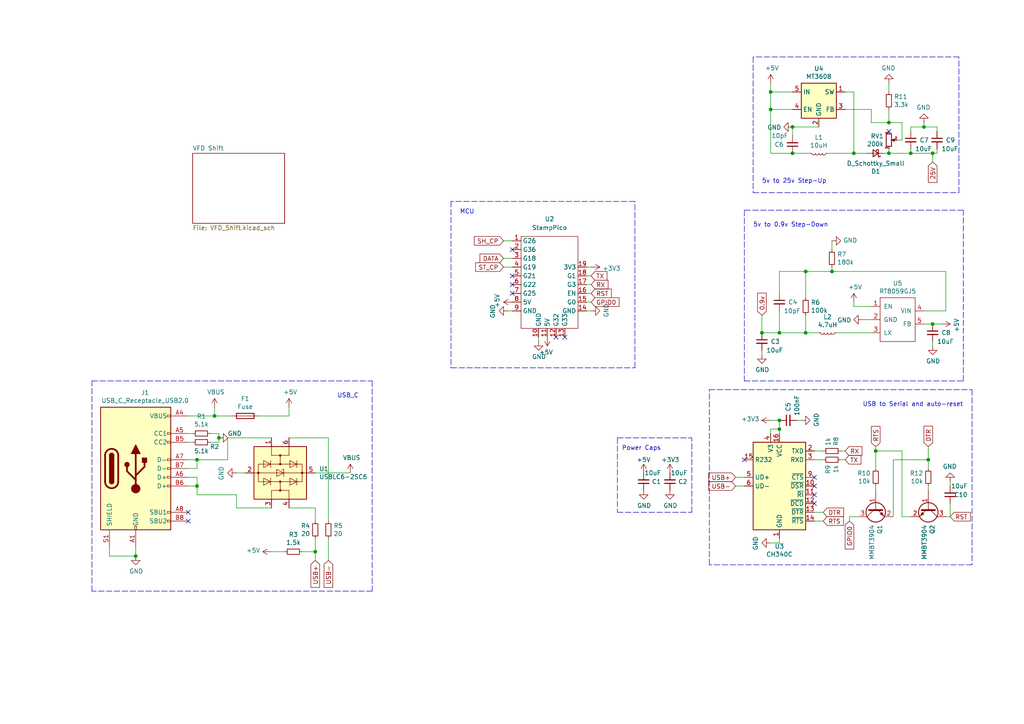
<source format=kicad_sch>
(kicad_sch (version 20211123) (generator eeschema)
  (paper "A4")
  (title_block (title "VFD Clock IV-3a") (date "2021-05-24") (rev "1.0"))
  (lib_symbols
    (symbol "Connector:USB_C_Receptacle_USB2.0" (pin_names (offset 1.016))
      (property "Reference" "J" (at -10.16 19.05 0))
      (property "Value" "USB_C_Receptacle_USB2.0" (at 19.05 19.05 0))
      (symbol "USB_C_Receptacle_USB2.0_0_0"
        (rectangle (start -0.254 -17.78) (end 0.254 -16.764))
        (rectangle (start 10.16 -14.986) (end 9.144 -15.494))
        (rectangle (start 10.16 -12.446) (end 9.144 -12.954))
        (rectangle (start 10.16 -4.826) (end 9.144 -5.334))
        (rectangle (start 10.16 -2.286) (end 9.144 -2.794))
        (rectangle (start 10.16 0.254) (end 9.144 -0.254))
        (rectangle (start 10.16 2.794) (end 9.144 2.286))
        (rectangle (start 10.16 7.874) (end 9.144 7.366))
        (rectangle (start 10.16 10.414) (end 9.144 9.906))
        (rectangle (start 10.16 15.494) (end 9.144 14.986))
      )
      (symbol "USB_C_Receptacle_USB2.0_0_1"
        (rectangle (start -10.16 17.78) (end 10.16 -17.78) (stroke (width 0.254)) (fill (type background)))
        (arc (start -8.89 -3.81) (mid -6.985 -5.715) (end -5.08 -3.81) (stroke (width 0.508)))
        (arc (start -7.62 -3.81) (mid -6.985 -4.445) (end -6.35 -3.81) (stroke (width 0.254)))
        (arc (start -7.62 -3.81) (mid -6.985 -4.445) (end -6.35 -3.81) (stroke (width 0.254)) (fill (type outline)))
        (rectangle (start -7.62 -3.81) (end -6.35 3.81) (stroke (width 0.254)) (fill (type outline)))
        (arc (start -6.35 3.81) (mid -6.985 4.445) (end -7.62 3.81) (stroke (width 0.254)))
        (arc (start -6.35 3.81) (mid -6.985 4.445) (end -7.62 3.81) (stroke (width 0.254)) (fill (type outline)))
        (arc (start -5.08 3.81) (mid -6.985 5.715) (end -8.89 3.81) (stroke (width 0.508)))
        (circle (center -2.54 1.143) (radius 0.635) (stroke (width 0.254)) (fill (type outline)))
        (circle (center 0 -5.842) (radius 1.27) (fill (type outline)))
        (polyline (pts (xy -8.89 -3.81) (xy -8.89 3.81)) (stroke (width 0.508)))
        (polyline (pts (xy -5.08 3.81) (xy -5.08 -3.81)) (stroke (width 0.508)))
        (polyline (pts (xy 0 -5.842) (xy 0 4.318)) (stroke (width 0.508)))
        (polyline (pts (xy 0 -3.302) (xy -2.54 -0.762) (xy -2.54 0.508)) (stroke (width 0.508)))
        (polyline (pts (xy 0 -2.032) (xy 2.54 0.508) (xy 2.54 1.778)) (stroke (width 0.508)))
        (polyline (pts (xy -1.27 4.318) (xy 0 6.858) (xy 1.27 4.318) (xy -1.27 4.318)) (stroke (width 0.254)) (fill (type outline)))
        (rectangle (start 1.905 1.778) (end 3.175 3.048) (stroke (width 0.254)) (fill (type outline)))
      )
      (symbol "USB_C_Receptacle_USB2.0_1_1"
        (pin passive line (at 0 -22.86 90) (length 5.08) (name "GND") (number "A1"))
        (pin passive line (at 0 -22.86 90) (length 5.08) hide (name "GND") (number "A12"))
        (pin passive line (at 15.24 15.24 180) (length 5.08) (name "VBUS") (number "A4"))
        (pin bidirectional line (at 15.24 10.16 180) (length 5.08) (name "CC1") (number "A5"))
        (pin bidirectional line (at 15.24 -2.54 180) (length 5.08) (name "D+") (number "A6"))
        (pin bidirectional line (at 15.24 2.54 180) (length 5.08) (name "D-") (number "A7"))
        (pin bidirectional line (at 15.24 -12.7 180) (length 5.08) (name "SBU1") (number "A8"))
        (pin passive line (at 15.24 15.24 180) (length 5.08) hide (name "VBUS") (number "A9"))
        (pin passive line (at 0 -22.86 90) (length 5.08) hide (name "GND") (number "B1"))
        (pin passive line (at 0 -22.86 90) (length 5.08) hide (name "GND") (number "B12"))
        (pin passive line (at 15.24 15.24 180) (length 5.08) hide (name "VBUS") (number "B4"))
        (pin bidirectional line (at 15.24 7.62 180) (length 5.08) (name "CC2") (number "B5"))
        (pin bidirectional line (at 15.24 -5.08 180) (length 5.08) (name "D+") (number "B6"))
        (pin bidirectional line (at 15.24 0 180) (length 5.08) (name "D-") (number "B7"))
        (pin bidirectional line (at 15.24 -15.24 180) (length 5.08) (name "SBU2") (number "B8"))
        (pin passive line (at 15.24 15.24 180) (length 5.08) hide (name "VBUS") (number "B9"))
        (pin passive line (at -7.62 -22.86 90) (length 5.08) (name "SHIELD") (number "S1"))
      )
    )
    (symbol "Device:C_Small" (pin_numbers hide) (pin_names (offset 0.254) hide)
      (property "Reference" "C" (at 0.254 1.778 0))
      (property "Value" "C_Small" (at 0.254 -2.032 0))
      (symbol "C_Small_0_1"
        (polyline (pts (xy -1.524 -0.508) (xy 1.524 -0.508)) (stroke (width 0.3302)))
        (polyline (pts (xy -1.524 0.508) (xy 1.524 0.508)) (stroke (width 0.3048)))
      )
      (symbol "C_Small_1_1"
        (pin passive line (at 0 2.54 270) (length 2.032) (name "~") (number "1"))
        (pin passive line (at 0 -2.54 90) (length 2.032) (name "~") (number "2"))
      )
    )
    (symbol "Device:D_Schottky_Small" (pin_numbers hide) (pin_names (offset 0.254) hide)
      (property "Reference" "D" (at -1.27 2.032 0))
      (property "Value" "D_Schottky_Small" (at -7.112 -2.032 0))
      (symbol "D_Schottky_Small_0_1"
        (polyline (pts (xy -0.762 0) (xy 0.762 0)))
        (polyline (pts (xy 0.762 -1.016) (xy -0.762 0) (xy 0.762 1.016) (xy 0.762 -1.016)) (stroke (width 0.254)))
        (polyline (pts (xy -1.27 0.762) (xy -1.27 1.016) (xy -0.762 1.016) (xy -0.762 -1.016) (xy -0.254 -1.016) (xy -0.254 -0.762)) (stroke (width 0.254)))
      )
      (symbol "D_Schottky_Small_1_1"
        (pin passive line (at -2.54 0 0) (length 1.778) (name "K") (number "1"))
        (pin passive line (at 2.54 0 180) (length 1.778) (name "A") (number "2"))
      )
    )
    (symbol "Device:Fuse" (pin_numbers hide) (pin_names (offset 0))
      (property "Reference" "F" (at 2.032 0 90))
      (property "Value" "Fuse" (at -1.905 0 90))
      (symbol "Fuse_0_1"
        (rectangle (start -0.762 -2.54) (end 0.762 2.54) (stroke (width 0.254)))
        (polyline (pts (xy 0 2.54) (xy 0 -2.54)))
      )
      (symbol "Fuse_1_1"
        (pin passive line (at 0 3.81 270) (length 1.27) (name "~") (number "1"))
        (pin passive line (at 0 -3.81 90) (length 1.27) (name "~") (number "2"))
      )
    )
    (symbol "Device:L_Small" (pin_numbers hide) (pin_names (offset 0.254) hide)
      (property "Reference" "L" (at 0.762 1.016 0))
      (property "Value" "L_Small" (at 0.762 -1.016 0))
      (symbol "L_Small_0_1"
        (arc (start 0 -2.032) (mid 0.508 -1.524) (end 0 -1.016))
        (arc (start 0 -1.016) (mid 0.508 -0.508) (end 0 0))
        (arc (start 0 0) (mid 0.508 0.508) (end 0 1.016))
        (arc (start 0 1.016) (mid 0.508 1.524) (end 0 2.032))
      )
      (symbol "L_Small_1_1"
        (pin passive line (at 0 2.54 270) (length 0.508) (name "~") (number "1"))
        (pin passive line (at 0 -2.54 90) (length 0.508) (name "~") (number "2"))
      )
    )
    (symbol "Device:R_POT_Small" (pin_names (offset 1.016) hide)
      (property "Reference" "RV" (at -4.445 0 90))
      (property "Value" "Device_R_POT_Small" (at -2.54 0 90))
      (symbol "R_POT_Small_0_1"
        (polyline (pts (xy 0.889 0) (xy 0.635 0) (xy 1.651 0.381) (xy 1.651 -0.381) (xy 0.635 0) (xy 0.889 0)) (fill (type outline)))
        (rectangle (start 0.762 1.8034) (end -0.762 -1.8034) (stroke (width 0.254)))
      )
      (symbol "R_POT_Small_1_1"
        (pin passive line (at 0 2.54 270) (length 0.635) (name "1") (number "1"))
        (pin passive line (at 2.54 0 180) (length 0.9906) (name "2") (number "2"))
        (pin passive line (at 0 -2.54 90) (length 0.635) (name "3") (number "3"))
      )
    )
    (symbol "Device:R_Small" (pin_numbers hide) (pin_names (offset 0.254) hide)
      (property "Reference" "R" (at 0.762 0.508 0))
      (property "Value" "R_Small" (at 0.762 -1.016 0))
      (symbol "R_Small_0_1"
        (rectangle (start -0.762 1.778) (end 0.762 -1.778) (stroke (width 0.2032)))
      )
      (symbol "R_Small_1_1"
        (pin passive line (at 0 2.54 270) (length 0.762) (name "~") (number "1"))
        (pin passive line (at 0 -2.54 90) (length 0.762) (name "~") (number "2"))
      )
    )
    (symbol "Interface_USB:CH340C"
      (property "Reference" "U" (at -5.08 13.97 0))
      (property "Value" "CH340C" (at 1.27 13.97 0))
      (symbol "CH340C_0_1"
        (rectangle (start -7.62 12.7) (end 7.62 -12.7) (stroke (width 0.254)) (fill (type background)))
      )
      (symbol "CH340C_1_1"
        (pin power_in line (at 0 -15.24 90) (length 2.54) (name "GND") (number "1"))
        (pin input line (at 10.16 0 180) (length 2.54) (name "~{DSR}") (number "10"))
        (pin input line (at 10.16 -2.54 180) (length 2.54) (name "~{RI}") (number "11"))
        (pin input line (at 10.16 -5.08 180) (length 2.54) (name "~{DCD}") (number "12"))
        (pin output line (at 10.16 -7.62 180) (length 2.54) (name "~{DTR}") (number "13"))
        (pin output line (at 10.16 -10.16 180) (length 2.54) (name "~{RTS}") (number "14"))
        (pin input line (at -10.16 7.62 0) (length 2.54) (name "R232") (number "15"))
        (pin power_in line (at 0 15.24 270) (length 2.54) (name "VCC") (number "16"))
        (pin output line (at 10.16 10.16 180) (length 2.54) (name "TXD") (number "2"))
        (pin input line (at 10.16 7.62 180) (length 2.54) (name "RXD") (number "3"))
        (pin passive line (at -2.54 15.24 270) (length 2.54) (name "V3") (number "4"))
        (pin bidirectional line (at -10.16 2.54 0) (length 2.54) (name "UD+") (number "5"))
        (pin bidirectional line (at -10.16 0 0) (length 2.54) (name "UD-") (number "6"))
        (pin no_connect line (at -7.62 -7.62 0) (length 2.54) hide (name "NC") (number "7"))
        (pin no_connect line (at -7.62 -10.16 0) (length 2.54) hide (name "NC") (number "8"))
        (pin input line (at 10.16 2.54 180) (length 2.54) (name "~{CTS}") (number "9"))
      )
    )
    (symbol "Power_Protection:USBLC6-2SC6" (pin_names hide)
      (property "Reference" "U" (at 2.54 8.89 0))
      (property "Value" "USBLC6-2SC6" (at 2.54 -8.89 0))
      (symbol "USBLC6-2SC6_0_1"
        (rectangle (start -7.62 -7.62) (end 7.62 7.62) (stroke (width 0.254)) (fill (type background)))
        (circle (center -5.08 0) (radius 0.254) (fill (type outline)))
        (circle (center -2.54 0) (radius 0.254) (fill (type outline)))
        (rectangle (start -2.54 6.35) (end 2.54 -6.35))
        (circle (center 0 -6.35) (radius 0.254) (fill (type outline)))
        (polyline (pts (xy -5.08 -2.54) (xy -7.62 -2.54)))
        (polyline (pts (xy -5.08 0) (xy -5.08 -2.54)))
        (polyline (pts (xy -5.08 2.54) (xy -7.62 2.54)))
        (polyline (pts (xy -1.524 -2.794) (xy -3.556 -2.794)))
        (polyline (pts (xy -1.524 4.826) (xy -3.556 4.826)))
        (polyline (pts (xy 0 -7.62) (xy 0 -6.35)))
        (polyline (pts (xy 0 -6.35) (xy 0 1.27)))
        (polyline (pts (xy 0 1.27) (xy 0 6.35)))
        (polyline (pts (xy 0 6.35) (xy 0 7.62)))
        (polyline (pts (xy 1.524 -2.794) (xy 3.556 -2.794)))
        (polyline (pts (xy 1.524 4.826) (xy 3.556 4.826)))
        (polyline (pts (xy 5.08 -2.54) (xy 7.62 -2.54)))
        (polyline (pts (xy 5.08 0) (xy 5.08 -2.54)))
        (polyline (pts (xy 5.08 2.54) (xy 7.62 2.54)))
        (polyline (pts (xy -2.54 0) (xy -5.08 0) (xy -5.08 2.54)))
        (polyline (pts (xy 2.54 0) (xy 5.08 0) (xy 5.08 2.54)))
        (polyline (pts (xy -3.556 -4.826) (xy -1.524 -4.826) (xy -2.54 -2.794) (xy -3.556 -4.826)))
        (polyline (pts (xy -3.556 2.794) (xy -1.524 2.794) (xy -2.54 4.826) (xy -3.556 2.794)))
        (polyline (pts (xy -1.016 -1.016) (xy 1.016 -1.016) (xy 0 1.016) (xy -1.016 -1.016)))
        (polyline (pts (xy 1.016 1.016) (xy 0.762 1.016) (xy -1.016 1.016) (xy -1.016 0.508)))
        (polyline (pts (xy 3.556 -4.826) (xy 1.524 -4.826) (xy 2.54 -2.794) (xy 3.556 -4.826)))
        (polyline (pts (xy 3.556 2.794) (xy 1.524 2.794) (xy 2.54 4.826) (xy 3.556 2.794)))
        (circle (center 0 6.35) (radius 0.254) (fill (type outline)))
        (circle (center 2.54 0) (radius 0.254) (fill (type outline)))
        (circle (center 5.08 0) (radius 0.254) (fill (type outline)))
      )
      (symbol "USBLC6-2SC6_1_1"
        (pin passive line (at -10.16 -2.54 0) (length 2.54) (name "I/O1") (number "1"))
        (pin passive line (at 0 -10.16 90) (length 2.54) (name "GND") (number "2"))
        (pin passive line (at 10.16 -2.54 180) (length 2.54) (name "I/O2") (number "3"))
        (pin passive line (at 10.16 2.54 180) (length 2.54) (name "I/O2") (number "4"))
        (pin passive line (at 0 10.16 270) (length 2.54) (name "VBUS") (number "5"))
        (pin passive line (at -10.16 2.54 0) (length 2.54) (name "I/O1") (number "6"))
      )
    )
    (symbol "RT8059:RT8059GJ5" (pin_names (offset 1.016))
      (property "Reference" "U" (at 0 10.16 0))
      (property "Value" "RT8059GJ5" (at 0 7.62 0))
      (symbol "RT8059GJ5_0_0"
        (pin input line (at -7.62 3.81 0) (length 2.54) (name "EN") (number "1"))
        (pin input line (at -7.62 0 0) (length 2.54) (name "GND") (number "2"))
        (pin output line (at -7.62 -3.81 0) (length 2.54) (name "LX") (number "3"))
        (pin input line (at 7.62 2.54 180) (length 2.54) (name "VIN") (number "4"))
        (pin input line (at 7.62 -1.27 180) (length 2.54) (name "FB") (number "5"))
      )
      (symbol "RT8059GJ5_0_1"
        (rectangle (start -5.08 6.35) (end 5.08 -6.35))
      )
    )
    (symbol "Regulator_Switching:MT3608"
      (property "Reference" "U" (at -2.54 8.89 0))
      (property "Value" "MT3608" (at -3.81 6.35 0))
      (symbol "MT3608_0_1"
        (rectangle (start -5.08 5.08) (end 5.08 -5.08) (stroke (width 0.254)) (fill (type background)))
      )
      (symbol "MT3608_1_1"
        (pin passive line (at 7.62 2.54 180) (length 2.54) (name "SW") (number "1"))
        (pin power_in line (at 0 -7.62 90) (length 2.54) (name "GND") (number "2"))
        (pin input line (at 7.62 -2.54 180) (length 2.54) (name "FB") (number "3"))
        (pin input line (at -7.62 -2.54 0) (length 2.54) (name "EN") (number "4"))
        (pin power_in line (at -7.62 2.54 0) (length 2.54) (name "IN") (number "5"))
        (pin no_connect line (at 5.08 0 180) (length 2.54) hide (name "NC") (number "6"))
      )
    )
    (symbol "StampPico:StampPico"
      (property "Reference" "U" (at 0 16.51 0))
      (property "Value" "StampPico" (at 0 13.97 0))
      (symbol "StampPico_0_0"
        (pin bidirectional line (at -11.43 11.43 0) (length 2.54) (name "G26") (number "1"))
        (pin power_in line (at -3.81 -16.51 90) (length 2.54) (name "GND") (number "10"))
        (pin power_in line (at -1.27 -16.51 90) (length 2.54) (name "5V") (number "11"))
        (pin bidirectional line (at 1.27 -16.51 90) (length 2.54) (name "G32") (number "12"))
        (pin bidirectional line (at 3.81 -16.51 90) (length 2.54) (name "G33") (number "13"))
        (pin power_in line (at 10.16 -8.89 180) (length 2.54) (name "GND") (number "14"))
        (pin bidirectional line (at 10.16 -6.35 180) (length 2.54) (name "G0") (number "15"))
        (pin input line (at 10.16 -3.81 180) (length 2.54) (name "EN") (number "16"))
        (pin bidirectional line (at 10.16 -1.27 180) (length 2.54) (name "G3") (number "17"))
        (pin bidirectional line (at 10.16 1.27 180) (length 2.54) (name "G1") (number "18"))
        (pin power_out line (at 10.16 3.81 180) (length 2.54) (name "3V3") (number "19"))
        (pin bidirectional line (at -11.43 8.89 0) (length 2.54) (name "G36") (number "2"))
        (pin bidirectional line (at -11.43 6.35 0) (length 2.54) (name "G18") (number "3"))
        (pin bidirectional line (at -11.43 3.81 0) (length 2.54) (name "G19") (number "4"))
        (pin bidirectional line (at -11.43 1.27 0) (length 2.54) (name "G21") (number "5"))
        (pin bidirectional line (at -11.43 -1.27 0) (length 2.54) (name "G22") (number "6"))
        (pin bidirectional line (at -11.43 -3.81 0) (length 2.54) (name "G25") (number "7"))
        (pin power_in line (at -11.43 -6.35 0) (length 2.54) (name "5V") (number "8"))
        (pin power_in line (at -11.43 -8.89 0) (length 2.54) (name "GND") (number "9"))
      )
      (symbol "StampPico_0_1"
        (rectangle (start 7.62 -13.97) (end -8.89 12.7))
      )
    )
    (symbol "Transistor_BJT:MMBT3904" (pin_names (offset 0) hide)
      (property "Reference" "Q" (at 5.08 1.905 0))
      (property "Value" "MMBT3904" (at 5.08 0 0))
      (symbol "MMBT3904_0_1"
        (polyline (pts (xy 0.635 0.635) (xy 2.54 2.54)))
        (polyline (pts (xy 0.635 -0.635) (xy 2.54 -2.54) (xy 2.54 -2.54)))
        (polyline (pts (xy 0.635 1.905) (xy 0.635 -1.905) (xy 0.635 -1.905)) (stroke (width 0.508)))
        (polyline (pts (xy 1.27 -1.778) (xy 1.778 -1.27) (xy 2.286 -2.286) (xy 1.27 -1.778) (xy 1.27 -1.778)) (fill (type outline)))
        (circle (center 1.27 0) (radius 2.8194) (stroke (width 0.254)))
      )
      (symbol "MMBT3904_1_1"
        (pin input line (at -5.08 0 0) (length 5.715) (name "B") (number "1"))
        (pin passive line (at 2.54 -5.08 90) (length 2.54) (name "E") (number "2"))
        (pin passive line (at 2.54 5.08 270) (length 2.54) (name "C") (number "3"))
      )
    )
    (symbol "power:+3.3V" (power) (pin_names (offset 0))
      (property "Value" "+3.3V" (at 0 3.556 0))
      (symbol "+3.3V_0_1"
        (polyline (pts (xy -0.762 1.27) (xy 0 2.54)))
        (polyline (pts (xy 0 0) (xy 0 2.54)))
        (polyline (pts (xy 0 2.54) (xy 0.762 1.27)))
      )
      (symbol "+3.3V_1_1"
        (pin power_in line (at 0 0 90) (length 0) hide (name "+3V3") (number "1"))
      )
    )
    (symbol "power:+5V" (power) (pin_names (offset 0))
      (property "Value" "+5V" (at 0 3.556 0))
      (symbol "+5V_0_1"
        (polyline (pts (xy -0.762 1.27) (xy 0 2.54)))
        (polyline (pts (xy 0 0) (xy 0 2.54)))
        (polyline (pts (xy 0 2.54) (xy 0.762 1.27)))
      )
      (symbol "+5V_1_1"
        (pin power_in line (at 0 0 90) (length 0) hide (name "+5V") (number "1"))
      )
    )
    (symbol "power:GND" (power) (pin_names (offset 0))
      (property "Value" "GND" (at 0 -3.81 0))
      (symbol "GND_0_1"
        (polyline (pts (xy 0 0) (xy 0 -1.27) (xy 1.27 -1.27) (xy 0 -2.54) (xy -1.27 -1.27) (xy 0 -1.27)))
      )
      (symbol "GND_1_1"
        (pin power_in line (at 0 0 270) (length 0) hide (name "GND") (number "1"))
      )
    )
    (symbol "power:VBUS" (power) (pin_names (offset 0))
      (property "Value" "VBUS" (at 0 3.81 0))
      (symbol "VBUS_0_1"
        (polyline (pts (xy -0.762 1.27) (xy 0 2.54)))
        (polyline (pts (xy 0 0) (xy 0 2.54)))
        (polyline (pts (xy 0 2.54) (xy 0.762 1.27)))
      )
      (symbol "VBUS_1_1"
        (pin power_in line (at 0 0 90) (length 0) hide (name "VBUS") (number "1"))
      )
    )
  )
  (junction (at 226.06 96.52))
  (junction (at 91.44 160.02))
  (junction (at 264.16 44.45))
  (junction (at 229.87 36.83))
  (junction (at 247.65 44.45))
  (junction (at 270.51 93.98))
  (junction (at 257.81 44.45))
  (junction (at 269.24 133.35))
  (junction (at 57.15 133.35))
  (junction (at 63.5 127))
  (junction (at 270.51 44.45))
  (junction (at 62.23 120.65))
  (junction (at 220.98 96.52))
  (junction (at 39.37 161.29))
  (junction (at 254 130.81))
  (junction (at 223.52 31.75))
  (junction (at 223.52 26.67))
  (junction (at 257.81 35.56))
  (junction (at 226.06 121.92))
  (junction (at 57.15 140.97))
  (junction (at 233.68 78.74))
  (junction (at 226.06 124.46))
  (junction (at 241.3 78.74))
  (junction (at 233.68 96.52))
  (junction (at 267.97 36.83))
  (junction (at 229.87 44.45))
  (no_connect (at 215.9 133.35))
  (no_connect (at 236.22 143.51))
  (no_connect (at 148.59 72.39))
  (no_connect (at 54.61 148.59))
  (no_connect (at 148.59 80.01))
  (no_connect (at 163.83 97.79))
  (no_connect (at 161.29 97.79))
  (no_connect (at 148.59 82.55))
  (no_connect (at 148.59 85.09))
  (no_connect (at 257.81 38.1))
  (no_connect (at 236.22 140.97))
  (no_connect (at 236.22 138.43))
  (no_connect (at 54.61 151.13))
  (no_connect (at 236.22 146.05))
  (wire (pts (xy 264.16 149.86) (xy 261.62 149.86)))
  (wire (pts (xy 271.78 44.45) (xy 271.78 43.18)))
  (wire (pts (xy 229.87 44.45) (xy 223.52 44.45)))
  (wire (pts (xy 74.93 120.65) (xy 83.82 120.65)))
  (wire (pts (xy 267.97 36.83) (xy 267.97 35.56)))
  (wire (pts (xy 233.68 86.36) (xy 233.68 78.74)))
  (polyline (pts (xy 184.15 106.68) (xy 184.15 58.42)))
  (wire (pts (xy 54.61 133.35) (xy 57.15 133.35)))
  (wire (pts (xy 231.14 121.92) (xy 232.41 121.92)))
  (wire (pts (xy 54.61 135.89) (xy 57.15 135.89)))
  (wire (pts (xy 95.25 156.21) (xy 95.25 162.56)))
  (wire (pts (xy 240.03 44.45) (xy 247.65 44.45)))
  (polyline (pts (xy 107.95 110.49) (xy 107.95 171.45)))
  (wire (pts (xy 269.24 129.54) (xy 269.24 133.35)))
  (wire (pts (xy 213.36 138.43) (xy 215.9 138.43)))
  (polyline (pts (xy 179.07 127) (xy 200.66 127)))
  (polyline (pts (xy 281.94 163.83) (xy 205.74 163.83)))
  (wire (pts (xy 264.16 36.83) (xy 267.97 36.83)))
  (wire (pts (xy 62.23 120.65) (xy 62.23 118.11)))
  (wire (pts (xy 31.75 161.29) (xy 39.37 161.29)))
  (wire (pts (xy 170.18 87.63) (xy 171.45 87.63)))
  (wire (pts (xy 57.15 133.35) (xy 66.04 133.35)))
  (wire (pts (xy 226.06 125.73) (xy 226.06 124.46)))
  (wire (pts (xy 234.95 44.45) (xy 229.87 44.45)))
  (wire (pts (xy 54.61 138.43) (xy 57.15 138.43)))
  (wire (pts (xy 270.51 44.45) (xy 270.51 46.99)))
  (wire (pts (xy 170.18 82.55) (xy 171.45 82.55)))
  (polyline (pts (xy 130.81 58.42) (xy 130.81 106.68)))
  (wire (pts (xy 243.84 133.35) (xy 245.11 133.35)))
  (wire (pts (xy 223.52 24.13) (xy 223.52 26.67)))
  (wire (pts (xy 247.65 88.9) (xy 252.73 88.9)))
  (wire (pts (xy 254 140.97) (xy 254 142.24)))
  (polyline (pts (xy 26.67 171.45) (xy 26.67 110.49)))
  (polyline (pts (xy 218.44 55.88) (xy 278.13 55.88)))
  (polyline (pts (xy 278.13 55.88) (xy 278.13 16.51)))
  (wire (pts (xy 226.06 78.74) (xy 233.68 78.74)))
  (wire (pts (xy 220.98 91.44) (xy 220.98 96.52)))
  (wire (pts (xy 54.61 120.65) (xy 62.23 120.65)))
  (wire (pts (xy 54.61 125.73) (xy 55.88 125.73)))
  (wire (pts (xy 257.81 31.75) (xy 257.81 35.56)))
  (wire (pts (xy 233.68 91.44) (xy 233.68 96.52)))
  (wire (pts (xy 146.05 69.85) (xy 148.59 69.85)))
  (wire (pts (xy 54.61 128.27) (xy 55.88 128.27)))
  (polyline (pts (xy 279.4 60.96) (xy 215.9 60.96)))
  (wire (pts (xy 60.96 125.73) (xy 63.5 125.73)))
  (wire (pts (xy 60.96 128.27) (xy 63.5 128.27)))
  (wire (pts (xy 261.62 35.56) (xy 257.81 35.56)))
  (wire (pts (xy 233.68 96.52) (xy 237.49 96.52)))
  (wire (pts (xy 170.18 85.09) (xy 171.45 85.09)))
  (wire (pts (xy 270.51 100.33) (xy 270.51 99.06)))
  (wire (pts (xy 91.44 160.02) (xy 91.44 162.56)))
  (wire (pts (xy 83.82 127) (xy 95.25 127)))
  (polyline (pts (xy 205.74 163.83) (xy 205.74 113.03)))
  (wire (pts (xy 256.54 44.45) (xy 257.81 44.45)))
  (wire (pts (xy 223.52 31.75) (xy 223.52 44.45)))
  (wire (pts (xy 261.62 130.81) (xy 254 130.81)))
  (wire (pts (xy 246.38 149.86) (xy 248.92 149.86)))
  (wire (pts (xy 247.65 44.45) (xy 247.65 26.67)))
  (wire (pts (xy 238.76 148.59) (xy 236.22 148.59)))
  (wire (pts (xy 223.52 121.92) (xy 226.06 121.92)))
  (wire (pts (xy 226.06 85.09) (xy 226.06 78.74)))
  (wire (pts (xy 171.45 80.01) (xy 170.18 80.01)))
  (polyline (pts (xy 205.74 113.03) (xy 281.94 113.03)))
  (wire (pts (xy 267.97 90.17) (xy 274.32 90.17)))
  (wire (pts (xy 66.04 127) (xy 78.74 127)))
  (wire (pts (xy 220.98 96.52) (xy 226.06 96.52)))
  (wire (pts (xy 213.36 140.97) (xy 215.9 140.97)))
  (wire (pts (xy 261.62 149.86) (xy 261.62 130.81)))
  (wire (pts (xy 146.05 77.47) (xy 148.59 77.47)))
  (wire (pts (xy 31.75 158.75) (xy 31.75 161.29)))
  (polyline (pts (xy 215.9 110.49) (xy 279.4 110.49)))
  (wire (pts (xy 257.81 44.45) (xy 264.16 44.45)))
  (wire (pts (xy 250.19 92.71) (xy 252.73 92.71)))
  (wire (pts (xy 257.81 24.13) (xy 257.81 26.67)))
  (wire (pts (xy 156.21 97.79) (xy 156.21 99.06)))
  (wire (pts (xy 259.08 133.35) (xy 269.24 133.35)))
  (wire (pts (xy 271.78 36.83) (xy 271.78 38.1)))
  (polyline (pts (xy 184.15 58.42) (xy 130.81 58.42)))
  (wire (pts (xy 146.05 74.93) (xy 148.59 74.93)))
  (polyline (pts (xy 218.44 16.51) (xy 218.44 55.88)))
  (wire (pts (xy 252.73 35.56) (xy 252.73 31.75)))
  (wire (pts (xy 261.62 35.56) (xy 261.62 40.64)))
  (wire (pts (xy 229.87 36.83) (xy 229.87 39.37)))
  (wire (pts (xy 273.05 93.98) (xy 270.51 93.98)))
  (wire (pts (xy 63.5 125.73) (xy 63.5 127)))
  (wire (pts (xy 223.52 157.48) (xy 226.06 157.48)))
  (wire (pts (xy 170.18 90.17) (xy 171.45 90.17)))
  (wire (pts (xy 226.06 96.52) (xy 226.06 90.17)))
  (wire (pts (xy 226.06 124.46) (xy 226.06 121.92)))
  (wire (pts (xy 257.81 35.56) (xy 252.73 35.56)))
  (wire (pts (xy 269.24 133.35) (xy 269.24 135.89)))
  (wire (pts (xy 91.44 160.02) (xy 87.63 160.02)))
  (polyline (pts (xy 281.94 113.03) (xy 281.94 163.83)))
  (wire (pts (xy 68.58 137.16) (xy 71.12 137.16)))
  (wire (pts (xy 267.97 36.83) (xy 271.78 36.83)))
  (wire (pts (xy 270.51 44.45) (xy 271.78 44.45)))
  (wire (pts (xy 39.37 158.75) (xy 39.37 161.29)))
  (polyline (pts (xy 130.81 106.68) (xy 184.15 106.68)))
  (wire (pts (xy 57.15 135.89) (xy 57.15 133.35)))
  (wire (pts (xy 62.23 120.65) (xy 67.31 120.65)))
  (wire (pts (xy 274.32 90.17) (xy 274.32 78.74)))
  (wire (pts (xy 260.35 40.64) (xy 261.62 40.64)))
  (wire (pts (xy 275.59 146.05) (xy 275.59 149.86)))
  (wire (pts (xy 257.81 44.45) (xy 257.81 43.18)))
  (wire (pts (xy 233.68 78.74) (xy 241.3 78.74)))
  (wire (pts (xy 68.58 147.32) (xy 78.74 147.32)))
  (wire (pts (xy 91.44 147.32) (xy 91.44 151.13)))
  (wire (pts (xy 66.04 133.35) (xy 66.04 127)))
  (wire (pts (xy 226.06 96.52) (xy 233.68 96.52)))
  (polyline (pts (xy 179.07 148.59) (xy 200.66 148.59)))
  (wire (pts (xy 245.11 31.75) (xy 252.73 31.75)))
  (wire (pts (xy 267.97 93.98) (xy 270.51 93.98)))
  (wire (pts (xy 57.15 143.51) (xy 68.58 143.51)))
  (wire (pts (xy 241.3 77.47) (xy 241.3 78.74)))
  (wire (pts (xy 275.59 149.86) (xy 274.32 149.86)))
  (wire (pts (xy 274.32 78.74) (xy 241.3 78.74)))
  (wire (pts (xy 259.08 149.86) (xy 259.08 133.35)))
  (wire (pts (xy 275.59 139.7) (xy 275.59 140.97)))
  (wire (pts (xy 223.52 31.75) (xy 229.87 31.75)))
  (wire (pts (xy 147.32 90.17) (xy 148.59 90.17)))
  (wire (pts (xy 247.65 44.45) (xy 251.46 44.45)))
  (wire (pts (xy 57.15 140.97) (xy 54.61 140.97)))
  (wire (pts (xy 57.15 138.43) (xy 57.15 140.97)))
  (wire (pts (xy 229.87 26.67) (xy 223.52 26.67)))
  (wire (pts (xy 63.5 128.27) (xy 63.5 127)))
  (wire (pts (xy 247.65 87.63) (xy 247.65 88.9)))
  (wire (pts (xy 57.15 140.97) (xy 57.15 143.51)))
  (wire (pts (xy 223.52 26.67) (xy 223.52 31.75)))
  (wire (pts (xy 226.06 157.48) (xy 226.06 156.21)))
  (wire (pts (xy 264.16 38.1) (xy 264.16 36.83)))
  (wire (pts (xy 229.87 36.83) (xy 237.49 36.83)))
  (wire (pts (xy 223.52 125.73) (xy 223.52 124.46)))
  (wire (pts (xy 243.84 130.81) (xy 245.11 130.81)))
  (wire (pts (xy 247.65 26.67) (xy 245.11 26.67)))
  (wire (pts (xy 254 130.81) (xy 254 135.89)))
  (polyline (pts (xy 107.95 171.45) (xy 26.67 171.45)))
  (wire (pts (xy 170.18 77.47) (xy 171.45 77.47)))
  (polyline (pts (xy 179.07 127) (xy 179.07 148.59)))
  (wire (pts (xy 242.57 96.52) (xy 252.73 96.52)))
  (polyline (pts (xy 278.13 16.51) (xy 218.44 16.51)))
  (wire (pts (xy 264.16 44.45) (xy 270.51 44.45)))
  (wire (pts (xy 78.74 160.02) (xy 82.55 160.02)))
  (polyline (pts (xy 200.66 148.59) (xy 200.66 127)))
  (wire (pts (xy 95.25 127) (xy 95.25 151.13)))
  (wire (pts (xy 269.24 140.97) (xy 269.24 142.24)))
  (wire (pts (xy 68.58 143.51) (xy 68.58 147.32)))
  (polyline (pts (xy 279.4 110.49) (xy 279.4 60.96)))
  (wire (pts (xy 220.98 102.87) (xy 220.98 101.6)))
  (wire (pts (xy 83.82 118.11) (xy 83.82 120.65)))
  (wire (pts (xy 91.44 137.16) (xy 101.6 137.16)))
  (polyline (pts (xy 215.9 60.96) (xy 215.9 110.49)))
  (wire (pts (xy 83.82 147.32) (xy 91.44 147.32)))
  (wire (pts (xy 236.22 133.35) (xy 238.76 133.35)))
  (wire (pts (xy 254 129.54) (xy 254 130.81)))
  (wire (pts (xy 238.76 130.81) (xy 236.22 130.81)))
  (wire (pts (xy 246.38 151.13) (xy 246.38 149.86)))
  (wire (pts (xy 91.44 156.21) (xy 91.44 160.02)))
  (wire (pts (xy 241.3 69.85) (xy 241.3 72.39)))
  (wire (pts (xy 223.52 124.46) (xy 226.06 124.46)))
  (wire (pts (xy 264.16 43.18) (xy 264.16 44.45)))
  (wire (pts (xy 236.22 151.13) (xy 238.76 151.13)))
  (polyline (pts (xy 26.67 110.49) (xy 107.95 110.49)))
  (text "USB_C" (at 97.79 115.57 0) (effects (font (size 1.27 1.27)) (justify left bottom)))
  (text "5v to 0.9v Step-Down" (at 218.44 66.04 0) (effects (font (size 1.27 1.27)) (justify left bottom)))
  (text "MCU" (at 133.35 62.23 0) (effects (font (size 1.27 1.27)) (justify left bottom)))
  (text "USB to Serial and auto-reset" (at 250.19 118.11 0) (effects (font (size 1.27 1.27)) (justify left bottom)))
  (text "5v to 25v Step-Up" (at 220.98 53.34 0) (effects (font (size 1.27 1.27)) (justify left bottom)))
  (text "Power Caps" (at 180.34 130.81 0) (effects (font (size 1.27 1.27)) (justify left bottom)))
  (global_label "DATA" (shape input) (at 146.05 74.93 180) (property "Intersheet References" "${INTERSHEET_REFS}" (effects hide)))
  (global_label "RST" (shape input) (at 171.45 85.09 0) (property "Intersheet References" "${INTERSHEET_REFS}" (effects hide)))
  (global_label "TX" (shape input) (at 245.11 133.35 0) (property "Intersheet References" "${INTERSHEET_REFS}" (effects hide)))
  (global_label "RX" (shape input) (at 245.11 130.81 0) (property "Intersheet References" "${INTERSHEET_REFS}" (effects hide)))
  (global_label "RST" (shape input) (at 275.59 149.86 0) (property "Intersheet References" "${INTERSHEET_REFS}" (effects hide)))
  (global_label "GPIO0" (shape input) (at 246.38 151.13 270) (property "Intersheet References" "${INTERSHEET_REFS}" (effects hide)))
  (global_label "DTR" (shape input) (at 238.76 148.59 0) (property "Intersheet References" "${INTERSHEET_REFS}" (effects hide)))
  (global_label "TX" (shape input) (at 171.45 80.01 0) (property "Intersheet References" "${INTERSHEET_REFS}" (effects hide)))
  (global_label "DTR" (shape input) (at 269.24 129.54 90) (property "Intersheet References" "${INTERSHEET_REFS}" (effects hide)))
  (global_label "USB+" (shape input) (at 91.44 162.56 270) (property "Intersheet References" "${INTERSHEET_REFS}" (effects hide)))
  (global_label "25V" (shape input) (at 270.51 46.99 270) (property "Intersheet References" "${INTERSHEET_REFS}" (effects hide)))
  (global_label "ST_CP" (shape input) (at 146.05 77.47 180) (property "Intersheet References" "${INTERSHEET_REFS}" (effects hide)))
  (global_label "USB-" (shape input) (at 213.36 140.97 180) (property "Intersheet References" "${INTERSHEET_REFS}" (effects hide)))
  (global_label "0.9v" (shape input) (at 220.98 91.44 90) (property "Intersheet References" "${INTERSHEET_REFS}" (effects hide)))
  (global_label "SH_CP" (shape input) (at 146.05 69.85 180) (property "Intersheet References" "${INTERSHEET_REFS}" (effects hide)))
  (global_label "RTS" (shape input) (at 254 129.54 90) (property "Intersheet References" "${INTERSHEET_REFS}" (effects hide)))
  (global_label "GPIO0" (shape input) (at 171.45 87.63 0) (property "Intersheet References" "${INTERSHEET_REFS}" (effects hide)))
  (global_label "USB-" (shape input) (at 95.25 162.56 270) (property "Intersheet References" "${INTERSHEET_REFS}" (effects hide)))
  (global_label "RX" (shape input) (at 171.45 82.55 0) (property "Intersheet References" "${INTERSHEET_REFS}" (effects hide)))
  (global_label "USB+" (shape input) (at 213.36 138.43 180) (property "Intersheet References" "${INTERSHEET_REFS}" (effects hide)))
  (global_label "RTS" (shape input) (at 238.76 151.13 0) (property "Intersheet References" "${INTERSHEET_REFS}" (effects hide)))
  (symbol (lib_id "power:GND") (at 39.37 161.29 0) (unit 1)
    (property "Reference" "#PWR01" (effects hide))
    (property "Value" "GND" (at 39.497 165.6842 0))
  )
  (symbol (lib_id "Connector:USB_C_Receptacle_USB2.0") (at 39.37 135.89 0) (unit 1)
    (property "Reference" "J1" (at 42.0878 113.8682 0))
    (property "Value" "USB_C_Receptacle_USB2.0" (at 42.0878 116.1796 0))
    (property "Footprint" "Connector_USB:USB_C_Receptacle_Palconn_UTC16-G" (effects hide))
    (property "Datasheet" "https://www.usb.org/sites/default/files/documents/usb_type-c.zip" (effects hide))
  )
  (symbol (lib_id "Device:Fuse") (at 71.12 120.65 270) (unit 1)
    (property "Reference" "F1" (at 71.12 115.6462 90))
    (property "Value" "Fuse" (at 71.12 117.9576 90))
    (property "Footprint" "Fuse:Fuse_0805_2012Metric" (effects hide))
  )
  (symbol (lib_id "Power_Protection:USBLC6-2SC6") (at 81.28 137.16 270) (unit 1)
    (property "Reference" "U1" (at 92.5576 135.9916 90) (effects (justify left)))
    (property "Value" "USBLC6-2SC6" (at 92.5576 138.303 90) (effects (justify left)))
    (property "Footprint" "Package_TO_SOT_SMD:SOT-23-6" (effects hide))
    (property "Datasheet" "https://www.st.com/resource/en/datasheet/usblc6-2.pdf" (effects hide))
  )
  (symbol (lib_id "power:GND") (at 68.58 137.16 270) (unit 1)
    (property "Reference" "#PWR04" (effects hide))
    (property "Value" "GND" (at 64.1858 137.287 0))
  )
  (symbol (lib_id "Device:R_Small") (at 58.42 125.73 270) (unit 1)
    (property "Reference" "R1" (at 58.42 120.7516 90))
    (property "Value" "5.1k" (at 58.42 123.063 90))
    (property "Footprint" "Resistor_SMD:R_0805_2012Metric" (effects hide))
  )
  (symbol (lib_id "Device:R_Small") (at 58.42 128.27 270) (unit 1)
    (property "Reference" "R2" (at 62.23 129.54 90))
    (property "Value" "5.1k" (at 58.42 130.81 90))
    (property "Footprint" "Resistor_SMD:R_0805_2012Metric" (effects hide))
  )
  (symbol (lib_id "power:GND") (at 63.5 127 90) (unit 1)
    (property "Reference" "#PWR03" (effects hide))
    (property "Value" "GND" (at 66.04 125.73 90) (effects (justify right)))
  )
  (symbol (lib_id "power:+5V") (at 83.82 118.11 0) (unit 1)
    (property "Reference" "#PWR06" (effects hide))
    (property "Value" "+5V" (at 84.201 113.7158 0))
  )
  (symbol (lib_id "Device:R_Small") (at 91.44 153.67 0) (mirror x) (unit 1)
    (property "Reference" "R4" (at 89.9668 152.5016 0) (effects (justify right)))
    (property "Value" "20" (at 89.9668 154.813 0) (effects (justify right)))
    (property "Footprint" "Resistor_SMD:R_0805_2012Metric" (effects hide))
  )
  (symbol (lib_id "Device:R_Small") (at 95.25 153.67 0) (unit 1)
    (property "Reference" "R5" (at 96.7486 152.5016 0) (effects (justify left)))
    (property "Value" "20" (at 96.7486 154.813 0) (effects (justify left)))
    (property "Footprint" "Resistor_SMD:R_0805_2012Metric" (effects hide))
  )
  (symbol (lib_id "Device:R_Small") (at 85.09 160.02 90) (unit 1)
    (property "Reference" "R3" (at 85.09 155.0416 90))
    (property "Value" "1.5k" (at 85.09 157.353 90))
    (property "Footprint" "Resistor_SMD:R_0805_2012Metric" (effects hide))
  )
  (symbol (lib_id "power:+5V") (at 78.74 160.02 90) (unit 1)
    (property "Reference" "#PWR05" (effects hide))
    (property "Value" "+5V" (at 75.4888 159.639 90) (effects (justify left)))
  )
  (symbol (lib_id "power:VBUS") (at 101.6 137.16 0) (unit 1)
    (property "Reference" "#PWR07" (effects hide))
    (property "Value" "VBUS" (at 101.981 132.7658 0))
  )
  (symbol (lib_id "power:VBUS") (at 62.23 118.11 0) (unit 1)
    (property "Reference" "#PWR02" (effects hide))
    (property "Value" "VBUS" (at 62.611 113.7158 0))
  )
  (symbol (lib_id "RT8059:RT8059GJ5") (at 260.35 92.71 0) (unit 1)
    (property "Reference" "U5" (at 260.35 82.169 0))
    (property "Value" "RT8059GJ5" (at 260.35 84.4804 0))
    (property "Footprint" "Package_TO_SOT_SMD:SOT-23-5" (effects hide))
  )
  (symbol (lib_id "power:+5V") (at 273.05 93.98 270) (unit 1)
    (property "Reference" "#PWR030" (effects hide))
    (property "Value" "+5V" (at 277.4442 94.361 0))
  )
  (symbol (lib_id "power:+5V") (at 247.65 87.63 0) (unit 1)
    (property "Reference" "#PWR025" (effects hide))
    (property "Value" "+5V" (at 248.031 83.2358 0))
  )
  (symbol (lib_id "power:GND") (at 250.19 92.71 270) (unit 1)
    (property "Reference" "#PWR026" (effects hide))
    (property "Value" "GND" (at 246.9388 92.837 90) (effects (justify right)))
  )
  (symbol (lib_id "power:GND") (at 270.51 100.33 0) (unit 1)
    (property "Reference" "#PWR029" (effects hide))
    (property "Value" "GND" (at 270.637 104.7242 0))
  )
  (symbol (lib_id "Device:C_Small") (at 270.51 96.52 0) (unit 1)
    (property "Reference" "C8" (at 273.05 96.52 0) (effects (justify left)))
    (property "Value" "10uF" (at 271.78 99.06 0) (effects (justify left)))
    (property "Footprint" "Capacitor_SMD:C_0805_2012Metric" (effects hide))
  )
  (symbol (lib_id "Device:L_Small") (at 240.03 96.52 270) (unit 1)
    (property "Reference" "L2" (at 240.03 91.9226 90))
    (property "Value" "4.7uH" (at 240.03 94.234 90))
    (property "Footprint" "Inductor_SMD:L_Taiyo-Yuden_NR-60xx" (effects hide))
  )
  (symbol (lib_id "Device:R_Small") (at 241.3 74.93 0) (unit 1)
    (property "Reference" "R7" (at 242.7986 73.7616 0) (effects (justify left)))
    (property "Value" "180k" (at 242.7986 76.073 0) (effects (justify left)))
    (property "Footprint" "Resistor_SMD:R_0805_2012Metric" (effects hide))
  )
  (symbol (lib_id "power:GND") (at 241.3 69.85 90) (unit 1)
    (property "Reference" "#PWR024" (effects hide))
    (property "Value" "GND" (at 244.5512 69.723 90) (effects (justify right)))
  )
  (symbol (lib_id "Device:C_Small") (at 226.06 87.63 0) (unit 1)
    (property "Reference" "C4" (at 228.6 87.63 0) (effects (justify left)))
    (property "Value" "10pF" (at 227.33 90.17 0) (effects (justify left)))
    (property "Footprint" "Capacitor_SMD:C_0805_2012Metric" (effects hide))
  )
  (symbol (lib_id "Device:R_Small") (at 233.68 88.9 0) (unit 1)
    (property "Reference" "R6" (at 235.1786 87.7316 0) (effects (justify left)))
    (property "Value" "100k" (at 235.1786 90.043 0) (effects (justify left)))
    (property "Footprint" "Resistor_SMD:R_0805_2012Metric" (effects hide))
  )
  (symbol (lib_id "power:GND") (at 220.98 102.87 0) (unit 1)
    (property "Reference" "#PWR018" (effects hide))
    (property "Value" "GND" (at 221.107 107.2642 0))
  )
  (symbol (lib_id "Device:C_Small") (at 220.98 99.06 0) (unit 1)
    (property "Reference" "C3" (at 223.52 99.06 0) (effects (justify left)))
    (property "Value" "10uF" (at 222.25 101.6 0) (effects (justify left)))
    (property "Footprint" "Capacitor_SMD:C_0805_2012Metric" (effects hide))
  )
  (symbol (lib_id "Regulator_Switching:MT3608") (at 237.49 29.21 0) (unit 1)
    (property "Reference" "U4" (at 237.49 19.8882 0))
    (property "Value" "MT3608" (at 237.49 22.1996 0))
    (property "Footprint" "Package_TO_SOT_SMD:SOT-23-6" (effects hide))
    (property "Datasheet" "https://www.olimex.com/Products/Breadboarding/BB-PWR-3608/resources/MT3608.pdf" (effects hide))
  )
  (symbol (lib_id "power:+5V") (at 223.52 24.13 0) (unit 1)
    (property "Reference" "#PWR019" (effects hide))
    (property "Value" "+5V" (at 223.901 19.7358 0))
  )
  (symbol (lib_id "Device:C_Small") (at 229.87 41.91 180) (unit 1)
    (property "Reference" "C6" (at 227.33 41.91 0) (effects (justify left)))
    (property "Value" "10pF" (at 228.6 39.37 0) (effects (justify left)))
    (property "Footprint" "Capacitor_SMD:C_0805_2012Metric" (effects hide))
  )
  (symbol (lib_id "Device:L_Small") (at 237.49 44.45 270) (unit 1)
    (property "Reference" "L1" (at 237.49 39.8526 90))
    (property "Value" "10uH" (at 237.49 42.164 90))
  )
  (symbol (lib_id "Device:D_Schottky_Small") (at 254 44.45 180) (unit 1)
    (property "Reference" "D1" (at 254 49.7078 0))
    (property "Value" "D_Schottky_Small" (at 254 47.3964 0))
    (property "Footprint" "Diode_SMD:D_SMA_Handsoldering" (effects hide))
  )
  (symbol (lib_id "power:GND") (at 229.87 36.83 270) (unit 1)
    (property "Reference" "#PWR022" (effects hide))
    (property "Value" "GND" (at 226.6188 36.957 90) (effects (justify right)))
  )
  (symbol (lib_id "Device:R_POT_Small") (at 257.81 40.64 0) (unit 1)
    (property "Reference" "RV1" (at 256.3114 39.4716 0) (effects (justify right)))
    (property "Value" "200k" (at 256.3114 41.783 0) (effects (justify right)))
    (property "Footprint" "Resistor_SMD:R_0805_2012Metric" (effects hide))
  )
  (symbol (lib_id "Device:R_Small") (at 257.81 29.21 180) (unit 1)
    (property "Reference" "R11" (at 259.3086 28.0416 0) (effects (justify right)))
    (property "Value" "3.3k" (at 259.3086 30.353 0) (effects (justify right)))
    (property "Footprint" "Resistor_SMD:R_0805_2012Metric" (effects hide))
  )
  (symbol (lib_id "power:GND") (at 257.81 24.13 180) (unit 1)
    (property "Reference" "#PWR027" (effects hide))
    (property "Value" "GND" (at 257.683 19.7358 0))
  )
  (symbol (lib_id "Device:C_Small") (at 264.16 40.64 0) (unit 1)
    (property "Reference" "C7" (at 266.7 40.64 0) (effects (justify left)))
    (property "Value" "10uF" (at 265.43 43.18 0) (effects (justify left)))
    (property "Footprint" "Capacitor_SMD:C_0805_2012Metric" (effects hide))
  )
  (symbol (lib_id "Device:C_Small") (at 271.78 40.64 0) (unit 1)
    (property "Reference" "C9" (at 274.32 40.64 0) (effects (justify left)))
    (property "Value" "10uF" (at 273.05 43.18 0) (effects (justify left)))
    (property "Footprint" "Capacitor_SMD:C_0805_2012Metric" (effects hide))
  )
  (symbol (lib_id "power:GND") (at 267.97 35.56 180) (unit 1)
    (property "Reference" "#PWR028" (effects hide))
    (property "Value" "GND" (at 267.843 31.1658 0))
  )
  (symbol (lib_id "Interface_USB:CH340C") (at 226.06 140.97 0) (unit 1)
    (property "Reference" "U3" (at 226.06 158.4706 0))
    (property "Value" "CH340C" (at 226.06 160.782 0))
    (property "Footprint" "Package_SO:SOIC-16_3.9x9.9mm_P1.27mm" (effects hide))
    (property "Datasheet" "https://datasheet.lcsc.com/szlcsc/Jiangsu-Qin-Heng-CH340C_C84681.pdf" (effects hide))
  )
  (symbol (lib_id "Device:C_Small") (at 228.6 121.92 90) (unit 1)
    (property "Reference" "C5" (at 228.6 119.38 0) (effects (justify left)))
    (property "Value" "100nF" (at 231.14 120.65 0) (effects (justify left)))
    (property "Footprint" "Capacitor_SMD:C_0805_2012Metric" (effects hide))
  )
  (symbol (lib_id "power:+3.3V") (at 223.52 121.92 90) (unit 1)
    (property "Reference" "#PWR020" (effects hide))
    (property "Value" "+3.3V" (at 220.2688 121.539 90) (effects (justify left)))
  )
  (symbol (lib_id "power:GND") (at 223.52 157.48 270) (unit 1)
    (property "Reference" "#PWR021" (effects hide))
    (property "Value" "GND" (at 219.1258 157.607 0))
  )
  (symbol (lib_id "power:GND") (at 232.41 121.92 90) (unit 1)
    (property "Reference" "#PWR023" (effects hide))
    (property "Value" "GND" (at 236.8042 121.793 0))
  )
  (symbol (lib_id "Device:R_Small") (at 241.3 133.35 270) (mirror x) (unit 1)
    (property "Reference" "R9" (at 240.1316 134.8232 0) (effects (justify right)))
    (property "Value" "1k" (at 242.443 134.8232 0) (effects (justify right)))
    (property "Footprint" "Resistor_SMD:R_0805_2012Metric" (effects hide))
  )
  (symbol (lib_id "Device:R_Small") (at 241.3 130.81 90) (mirror x) (unit 1)
    (property "Reference" "R8" (at 242.4684 129.3368 0) (effects (justify right)))
    (property "Value" "1k" (at 240.157 129.3368 0) (effects (justify right)))
    (property "Footprint" "Resistor_SMD:R_0805_2012Metric" (effects hide))
  )
  (symbol (lib_id "Transistor_BJT:MMBT3904") (at 269.24 147.32 270) (unit 1)
    (property "Reference" "Q2" (at 270.4084 152.1714 0) (effects (justify left)))
    (property "Value" "MMBT3904" (at 268.097 152.1714 0) (effects (justify left)))
    (property "Footprint" "Package_TO_SOT_SMD:SOT-23" (effects hide))
    (property "Datasheet" "https://www.fairchildsemi.com/datasheets/2N/2N3904.pdf" (effects hide))
  )
  (symbol (lib_id "Transistor_BJT:MMBT3904") (at 254 147.32 90) (mirror x) (unit 1)
    (property "Reference" "Q1" (at 255.1684 152.1714 0) (effects (justify left)))
    (property "Value" "MMBT3904" (at 252.857 152.1714 0) (effects (justify left)))
    (property "Footprint" "Package_TO_SOT_SMD:SOT-23" (effects hide))
    (property "Datasheet" "https://www.fairchildsemi.com/datasheets/2N/2N3904.pdf" (effects hide))
  )
  (symbol (lib_id "Device:R_Small") (at 269.24 138.43 0) (mirror x) (unit 1)
    (property "Reference" "R12" (at 267.7668 137.2616 0) (effects (justify right)))
    (property "Value" "10k" (at 267.7668 139.573 0) (effects (justify right)))
    (property "Footprint" "Resistor_SMD:R_0805_2012Metric" (effects hide))
  )
  (symbol (lib_id "Device:R_Small") (at 254 138.43 0) (mirror x) (unit 1)
    (property "Reference" "R10" (at 252.5268 137.2616 0) (effects (justify right)))
    (property "Value" "10k" (at 252.5268 139.573 0) (effects (justify right)))
    (property "Footprint" "Resistor_SMD:R_0805_2012Metric" (effects hide))
  )
  (symbol (lib_id "Device:C_Small") (at 186.69 139.7 180) (unit 1)
    (property "Reference" "C1" (at 191.77 139.7 0) (effects (justify left)))
    (property "Value" "10uF" (at 191.77 137.16 0) (effects (justify left)))
    (property "Footprint" "Capacitor_SMD:C_0805_2012Metric" (effects hide))
  )
  (symbol (lib_id "power:+5V") (at 148.59 87.63 90) (unit 1)
    (property "Reference" "#PWR09" (effects hide))
    (property "Value" "+5V" (at 144.1958 87.249 0))
  )
  (symbol (lib_id "power:+5V") (at 158.75 97.79 180) (unit 1)
    (property "Reference" "#PWR011" (effects hide))
    (property "Value" "+5V" (at 158.369 102.1842 0))
  )
  (symbol (lib_id "power:GND") (at 171.45 90.17 90) (unit 1)
    (property "Reference" "#PWR013" (effects hide))
    (property "Value" "GND" (at 175.8442 90.043 0))
  )
  (symbol (lib_id "power:GND") (at 275.59 139.7 180) (unit 1)
    (property "Reference" "#PWR031" (effects hide))
    (property "Value" "GND" (at 275.463 135.3058 0))
  )
  (symbol (lib_id "power:GND") (at 156.21 99.06 0) (unit 1)
    (property "Reference" "#PWR010" (effects hide))
    (property "Value" "GND" (at 156.337 103.4542 0))
  )
  (symbol (lib_id "power:+3.3V") (at 194.31 137.16 0) (unit 1)
    (property "Reference" "#PWR016" (effects hide))
    (property "Value" "+3.3V" (at 191.77 133.35 0) (effects (justify left)))
  )
  (symbol (lib_id "power:GND") (at 186.69 142.24 0) (unit 1)
    (property "Reference" "#PWR015" (effects hide))
    (property "Value" "GND" (at 186.817 146.6342 0))
  )
  (symbol (lib_id "StampPico:StampPico") (at 160.02 81.28 0) (unit 1)
    (property "Reference" "U2" (at 159.385 63.5 0))
    (property "Value" "StampPico" (at 159.385 66.04 0))
  )
  (symbol (lib_id "power:GND") (at 194.31 142.24 0) (unit 1)
    (property "Reference" "#PWR017" (effects hide))
    (property "Value" "GND" (at 194.437 146.6342 0))
  )
  (symbol (lib_id "power:GND") (at 147.32 90.17 270) (unit 1)
    (property "Reference" "#PWR08" (effects hide))
    (property "Value" "GND" (at 142.9258 90.297 0))
  )
  (symbol (lib_id "Device:C_Small") (at 275.59 143.51 180) (unit 1)
    (property "Reference" "C10" (at 280.67 143.51 0) (effects (justify left)))
    (property "Value" "10uF" (at 280.67 140.97 0) (effects (justify left)))
    (property "Footprint" "Capacitor_SMD:C_0805_2012Metric" (effects hide))
  )
  (symbol (lib_id "power:+5V") (at 186.69 137.16 0) (unit 1)
    (property "Reference" "#PWR014" (effects hide))
    (property "Value" "+5V" (at 186.69 133.35 0))
  )
  (symbol (lib_id "power:+3.3V") (at 171.45 77.47 270) (unit 1)
    (property "Reference" "#PWR012" (effects hide))
    (property "Value" "+3.3V" (at 174.7012 77.851 90) (effects (justify left)))
  )
  (symbol (lib_id "Device:C_Small") (at 194.31 139.7 180) (unit 1)
    (property "Reference" "C2" (at 199.39 139.7 0) (effects (justify left)))
    (property "Value" "10uF" (at 199.39 137.16 0) (effects (justify left)))
    (property "Footprint" "Capacitor_SMD:C_0805_2012Metric" (effects hide))
  )
  (sheet (at 55.88 44.45) (size 26.67 20.32)
    (property "Sheet name" "VFD Shift" (at 55.88 43.7384 0) (effects (justify left bottom)))
    (property "Sheet file" "VFD_Shift.kicad_sch" (at 55.88 65.3546 0) (effects (justify left top)))
  )
)
</source>
